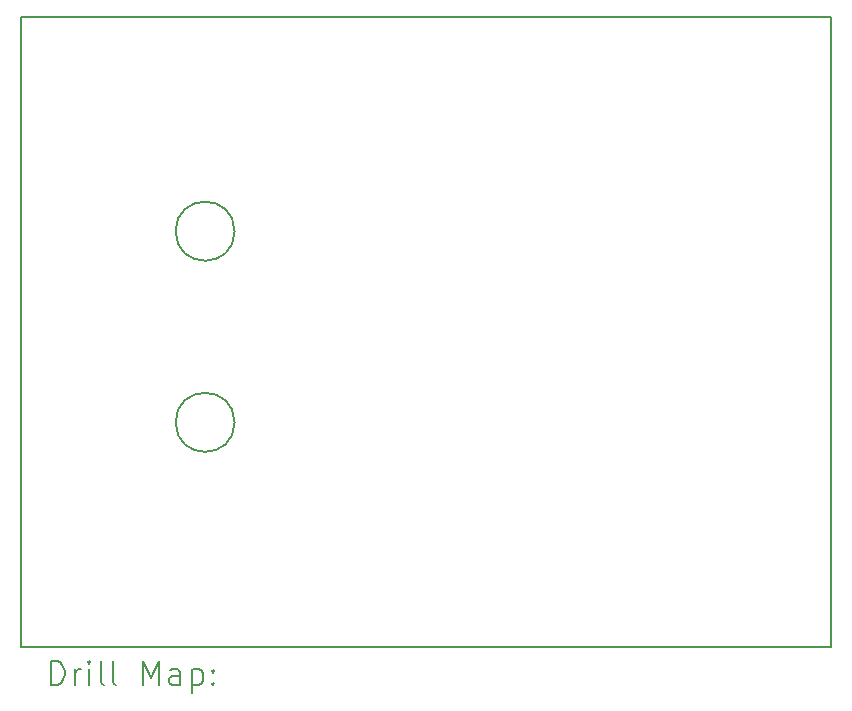
<source format=gbr>
%TF.GenerationSoftware,KiCad,Pcbnew,8.0.4*%
%TF.CreationDate,2024-08-25T09:49:09+02:00*%
%TF.ProjectId,RTC-Messbruecke-from-template,5254432d-4d65-4737-9362-727565636b65,rev?*%
%TF.SameCoordinates,Original*%
%TF.FileFunction,Drillmap*%
%TF.FilePolarity,Positive*%
%FSLAX45Y45*%
G04 Gerber Fmt 4.5, Leading zero omitted, Abs format (unit mm)*
G04 Created by KiCad (PCBNEW 8.0.4) date 2024-08-25 09:49:09*
%MOMM*%
%LPD*%
G01*
G04 APERTURE LIST*
%ADD10C,0.150000*%
%ADD11C,0.200000*%
G04 APERTURE END LIST*
D10*
X11807000Y-6477000D02*
G75*
G02*
X11307000Y-6477000I-250000J0D01*
G01*
X11307000Y-6477000D02*
G75*
G02*
X11807000Y-6477000I250000J0D01*
G01*
X9999980Y-4665980D02*
X16857980Y-4665980D01*
X16857980Y-9999980D01*
X9999980Y-9999980D01*
X9999980Y-4665980D01*
X11807000Y-8095000D02*
G75*
G02*
X11307000Y-8095000I-250000J0D01*
G01*
X11307000Y-8095000D02*
G75*
G02*
X11807000Y-8095000I250000J0D01*
G01*
D11*
X10253257Y-10318964D02*
X10253257Y-10118964D01*
X10253257Y-10118964D02*
X10300876Y-10118964D01*
X10300876Y-10118964D02*
X10329447Y-10128488D01*
X10329447Y-10128488D02*
X10348495Y-10147535D01*
X10348495Y-10147535D02*
X10358019Y-10166583D01*
X10358019Y-10166583D02*
X10367543Y-10204678D01*
X10367543Y-10204678D02*
X10367543Y-10233250D01*
X10367543Y-10233250D02*
X10358019Y-10271345D01*
X10358019Y-10271345D02*
X10348495Y-10290392D01*
X10348495Y-10290392D02*
X10329447Y-10309440D01*
X10329447Y-10309440D02*
X10300876Y-10318964D01*
X10300876Y-10318964D02*
X10253257Y-10318964D01*
X10453257Y-10318964D02*
X10453257Y-10185630D01*
X10453257Y-10223726D02*
X10462781Y-10204678D01*
X10462781Y-10204678D02*
X10472304Y-10195154D01*
X10472304Y-10195154D02*
X10491352Y-10185630D01*
X10491352Y-10185630D02*
X10510400Y-10185630D01*
X10577066Y-10318964D02*
X10577066Y-10185630D01*
X10577066Y-10118964D02*
X10567543Y-10128488D01*
X10567543Y-10128488D02*
X10577066Y-10138011D01*
X10577066Y-10138011D02*
X10586590Y-10128488D01*
X10586590Y-10128488D02*
X10577066Y-10118964D01*
X10577066Y-10118964D02*
X10577066Y-10138011D01*
X10700876Y-10318964D02*
X10681828Y-10309440D01*
X10681828Y-10309440D02*
X10672304Y-10290392D01*
X10672304Y-10290392D02*
X10672304Y-10118964D01*
X10805638Y-10318964D02*
X10786590Y-10309440D01*
X10786590Y-10309440D02*
X10777066Y-10290392D01*
X10777066Y-10290392D02*
X10777066Y-10118964D01*
X11034209Y-10318964D02*
X11034209Y-10118964D01*
X11034209Y-10118964D02*
X11100876Y-10261821D01*
X11100876Y-10261821D02*
X11167543Y-10118964D01*
X11167543Y-10118964D02*
X11167543Y-10318964D01*
X11348495Y-10318964D02*
X11348495Y-10214202D01*
X11348495Y-10214202D02*
X11338971Y-10195154D01*
X11338971Y-10195154D02*
X11319923Y-10185630D01*
X11319923Y-10185630D02*
X11281828Y-10185630D01*
X11281828Y-10185630D02*
X11262781Y-10195154D01*
X11348495Y-10309440D02*
X11329447Y-10318964D01*
X11329447Y-10318964D02*
X11281828Y-10318964D01*
X11281828Y-10318964D02*
X11262781Y-10309440D01*
X11262781Y-10309440D02*
X11253257Y-10290392D01*
X11253257Y-10290392D02*
X11253257Y-10271345D01*
X11253257Y-10271345D02*
X11262781Y-10252297D01*
X11262781Y-10252297D02*
X11281828Y-10242773D01*
X11281828Y-10242773D02*
X11329447Y-10242773D01*
X11329447Y-10242773D02*
X11348495Y-10233250D01*
X11443733Y-10185630D02*
X11443733Y-10385630D01*
X11443733Y-10195154D02*
X11462781Y-10185630D01*
X11462781Y-10185630D02*
X11500876Y-10185630D01*
X11500876Y-10185630D02*
X11519923Y-10195154D01*
X11519923Y-10195154D02*
X11529447Y-10204678D01*
X11529447Y-10204678D02*
X11538971Y-10223726D01*
X11538971Y-10223726D02*
X11538971Y-10280869D01*
X11538971Y-10280869D02*
X11529447Y-10299916D01*
X11529447Y-10299916D02*
X11519923Y-10309440D01*
X11519923Y-10309440D02*
X11500876Y-10318964D01*
X11500876Y-10318964D02*
X11462781Y-10318964D01*
X11462781Y-10318964D02*
X11443733Y-10309440D01*
X11624685Y-10299916D02*
X11634209Y-10309440D01*
X11634209Y-10309440D02*
X11624685Y-10318964D01*
X11624685Y-10318964D02*
X11615162Y-10309440D01*
X11615162Y-10309440D02*
X11624685Y-10299916D01*
X11624685Y-10299916D02*
X11624685Y-10318964D01*
X11624685Y-10195154D02*
X11634209Y-10204678D01*
X11634209Y-10204678D02*
X11624685Y-10214202D01*
X11624685Y-10214202D02*
X11615162Y-10204678D01*
X11615162Y-10204678D02*
X11624685Y-10195154D01*
X11624685Y-10195154D02*
X11624685Y-10214202D01*
M02*

</source>
